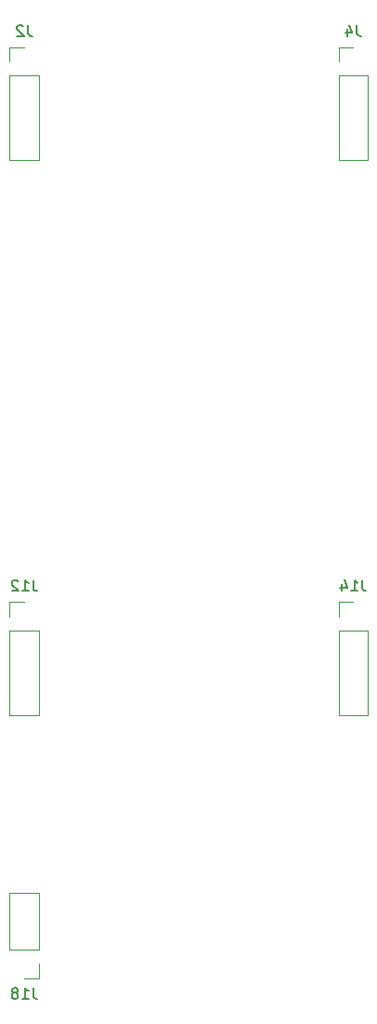
<source format=gbo>
G04 #@! TF.GenerationSoftware,KiCad,Pcbnew,(6.0.1)*
G04 #@! TF.CreationDate,2022-02-10T17:18:07+01:00*
G04 #@! TF.ProjectId,Drumbox,4472756d-626f-4782-9e6b-696361645f70,rev?*
G04 #@! TF.SameCoordinates,Original*
G04 #@! TF.FileFunction,Legend,Bot*
G04 #@! TF.FilePolarity,Positive*
%FSLAX46Y46*%
G04 Gerber Fmt 4.6, Leading zero omitted, Abs format (unit mm)*
G04 Created by KiCad (PCBNEW (6.0.1)) date 2022-02-10 17:18:07*
%MOMM*%
%LPD*%
G01*
G04 APERTURE LIST*
%ADD10C,0.150000*%
%ADD11C,0.120000*%
%ADD12C,4.000000*%
%ADD13C,1.800000*%
%ADD14C,1.600000*%
%ADD15O,1.600000X1.600000*%
%ADD16R,1.050000X1.500000*%
%ADD17O,1.050000X1.500000*%
%ADD18R,1.800000X1.800000*%
%ADD19R,1.600000X1.600000*%
%ADD20R,1.930000X1.830000*%
%ADD21C,2.130000*%
%ADD22R,1.700000X1.700000*%
%ADD23O,1.700000X1.700000*%
G04 APERTURE END LIST*
D10*
X134309523Y-97682380D02*
X134309523Y-98396666D01*
X134357142Y-98539523D01*
X134452380Y-98634761D01*
X134595238Y-98682380D01*
X134690476Y-98682380D01*
X133309523Y-98682380D02*
X133880952Y-98682380D01*
X133595238Y-98682380D02*
X133595238Y-97682380D01*
X133690476Y-97825238D01*
X133785714Y-97920476D01*
X133880952Y-97968095D01*
X132452380Y-98015714D02*
X132452380Y-98682380D01*
X132690476Y-97634761D02*
X132928571Y-98349047D01*
X132309523Y-98349047D01*
X104309523Y-97682380D02*
X104309523Y-98396666D01*
X104357142Y-98539523D01*
X104452380Y-98634761D01*
X104595238Y-98682380D01*
X104690476Y-98682380D01*
X103309523Y-98682380D02*
X103880952Y-98682380D01*
X103595238Y-98682380D02*
X103595238Y-97682380D01*
X103690476Y-97825238D01*
X103785714Y-97920476D01*
X103880952Y-97968095D01*
X102928571Y-97777619D02*
X102880952Y-97730000D01*
X102785714Y-97682380D01*
X102547619Y-97682380D01*
X102452380Y-97730000D01*
X102404761Y-97777619D01*
X102357142Y-97872857D01*
X102357142Y-97968095D01*
X102404761Y-98110952D01*
X102976190Y-98682380D01*
X102357142Y-98682380D01*
X133833333Y-47182380D02*
X133833333Y-47896666D01*
X133880952Y-48039523D01*
X133976190Y-48134761D01*
X134119047Y-48182380D01*
X134214285Y-48182380D01*
X132928571Y-47515714D02*
X132928571Y-48182380D01*
X133166666Y-47134761D02*
X133404761Y-47849047D01*
X132785714Y-47849047D01*
X103833333Y-47182380D02*
X103833333Y-47896666D01*
X103880952Y-48039523D01*
X103976190Y-48134761D01*
X104119047Y-48182380D01*
X104214285Y-48182380D01*
X103404761Y-47277619D02*
X103357142Y-47230000D01*
X103261904Y-47182380D01*
X103023809Y-47182380D01*
X102928571Y-47230000D01*
X102880952Y-47277619D01*
X102833333Y-47372857D01*
X102833333Y-47468095D01*
X102880952Y-47610952D01*
X103452380Y-48182380D01*
X102833333Y-48182380D01*
X104309523Y-134802380D02*
X104309523Y-135516666D01*
X104357142Y-135659523D01*
X104452380Y-135754761D01*
X104595238Y-135802380D01*
X104690476Y-135802380D01*
X103309523Y-135802380D02*
X103880952Y-135802380D01*
X103595238Y-135802380D02*
X103595238Y-134802380D01*
X103690476Y-134945238D01*
X103785714Y-135040476D01*
X103880952Y-135088095D01*
X102738095Y-135230952D02*
X102833333Y-135183333D01*
X102880952Y-135135714D01*
X102928571Y-135040476D01*
X102928571Y-134992857D01*
X102880952Y-134897619D01*
X102833333Y-134850000D01*
X102738095Y-134802380D01*
X102547619Y-134802380D01*
X102452380Y-134850000D01*
X102404761Y-134897619D01*
X102357142Y-134992857D01*
X102357142Y-135040476D01*
X102404761Y-135135714D01*
X102452380Y-135183333D01*
X102547619Y-135230952D01*
X102738095Y-135230952D01*
X102833333Y-135278571D01*
X102880952Y-135326190D01*
X102928571Y-135421428D01*
X102928571Y-135611904D01*
X102880952Y-135707142D01*
X102833333Y-135754761D01*
X102738095Y-135802380D01*
X102547619Y-135802380D01*
X102452380Y-135754761D01*
X102404761Y-135707142D01*
X102357142Y-135611904D01*
X102357142Y-135421428D01*
X102404761Y-135326190D01*
X102452380Y-135278571D01*
X102547619Y-135230952D01*
D11*
X134830000Y-102270000D02*
X132170000Y-102270000D01*
X134830000Y-102270000D02*
X134830000Y-109950000D01*
X132170000Y-99670000D02*
X132170000Y-101000000D01*
X134830000Y-109950000D02*
X132170000Y-109950000D01*
X132170000Y-102270000D02*
X132170000Y-109950000D01*
X133500000Y-99670000D02*
X132170000Y-99670000D01*
X103500000Y-99670000D02*
X102170000Y-99670000D01*
X104830000Y-102270000D02*
X104830000Y-109950000D01*
X102170000Y-102270000D02*
X102170000Y-109950000D01*
X104830000Y-109950000D02*
X102170000Y-109950000D01*
X104830000Y-102270000D02*
X102170000Y-102270000D01*
X102170000Y-99670000D02*
X102170000Y-101000000D01*
X134830000Y-51770000D02*
X134830000Y-59450000D01*
X132170000Y-49170000D02*
X132170000Y-50500000D01*
X132170000Y-51770000D02*
X132170000Y-59450000D01*
X133500000Y-49170000D02*
X132170000Y-49170000D01*
X134830000Y-51770000D02*
X132170000Y-51770000D01*
X134830000Y-59450000D02*
X132170000Y-59450000D01*
X104830000Y-51770000D02*
X104830000Y-59450000D01*
X102170000Y-51770000D02*
X102170000Y-59450000D01*
X103500000Y-49170000D02*
X102170000Y-49170000D01*
X104830000Y-51770000D02*
X102170000Y-51770000D01*
X104830000Y-59450000D02*
X102170000Y-59450000D01*
X102170000Y-49170000D02*
X102170000Y-50500000D01*
X103500000Y-133910000D02*
X104830000Y-133910000D01*
X102170000Y-126170000D02*
X104830000Y-126170000D01*
X104830000Y-131310000D02*
X104830000Y-126170000D01*
X102170000Y-131310000D02*
X104830000Y-131310000D01*
X104830000Y-133910000D02*
X104830000Y-132580000D01*
X102170000Y-131310000D02*
X102170000Y-126170000D01*
%LPC*%
D12*
X84100000Y-38550000D03*
X92900000Y-38550000D03*
D13*
X91000000Y-45550000D03*
X88500000Y-45550000D03*
X86000000Y-45550000D03*
D14*
X84000000Y-98500000D03*
D15*
X84000000Y-88340000D03*
D16*
X149770000Y-96140000D03*
D17*
X148500000Y-96140000D03*
X147230000Y-96140000D03*
D14*
X111500000Y-117920000D03*
D15*
X111500000Y-128080000D03*
D12*
X84100000Y-59050000D03*
X92900000Y-59050000D03*
D13*
X91000000Y-66050000D03*
X88500000Y-66050000D03*
X86000000Y-66050000D03*
D14*
X153000000Y-88420000D03*
D15*
X153000000Y-98580000D03*
D18*
X177225000Y-91000000D03*
D13*
X179765000Y-91000000D03*
D18*
X117225000Y-91000000D03*
D13*
X119765000Y-91000000D03*
D19*
X136500000Y-115500000D03*
D14*
X138500000Y-115500000D03*
X183000000Y-88340000D03*
D15*
X183000000Y-98500000D03*
D12*
X144100000Y-108050000D03*
X152900000Y-108050000D03*
D13*
X151000000Y-115050000D03*
X148500000Y-115050000D03*
X146000000Y-115050000D03*
D14*
X144000000Y-98580000D03*
D15*
X144000000Y-88420000D03*
D12*
X152900000Y-38550000D03*
X144100000Y-38550000D03*
D13*
X151000000Y-45550000D03*
X148500000Y-45550000D03*
X146000000Y-45550000D03*
D14*
X174000000Y-98500000D03*
D15*
X174000000Y-88340000D03*
D12*
X144100000Y-59050000D03*
X152900000Y-59050000D03*
D13*
X151000000Y-66050000D03*
X148500000Y-66050000D03*
X146000000Y-66050000D03*
D16*
X89770000Y-96000000D03*
D17*
X88500000Y-96000000D03*
X87230000Y-96000000D03*
D16*
X179770000Y-96140000D03*
D17*
X178500000Y-96140000D03*
X177230000Y-96140000D03*
D12*
X114100000Y-38550000D03*
X122900000Y-38550000D03*
D13*
X121000000Y-45550000D03*
X118500000Y-45550000D03*
X116000000Y-45550000D03*
D20*
X118500000Y-73100000D03*
D21*
X118500000Y-84500000D03*
X118500000Y-76200000D03*
D14*
X183580000Y-135000000D03*
D15*
X173420000Y-135000000D03*
D19*
X129700000Y-121875000D03*
D15*
X129700000Y-124415000D03*
X129700000Y-126955000D03*
X129700000Y-129495000D03*
X129700000Y-132035000D03*
X129700000Y-134575000D03*
X129700000Y-137115000D03*
X137320000Y-137115000D03*
X137320000Y-134575000D03*
X137320000Y-132035000D03*
X137320000Y-129495000D03*
X137320000Y-126955000D03*
X137320000Y-124415000D03*
X137320000Y-121875000D03*
D19*
X128544887Y-115500000D03*
D14*
X130544887Y-115500000D03*
X81500000Y-73000000D03*
X81500000Y-78000000D03*
D18*
X147225000Y-91000000D03*
D13*
X149765000Y-91000000D03*
D14*
X185500000Y-73000000D03*
X185500000Y-78000000D03*
X111500000Y-73000000D03*
X111500000Y-78000000D03*
D12*
X174100000Y-59050000D03*
X182900000Y-59050000D03*
D13*
X181000000Y-66050000D03*
X178500000Y-66050000D03*
X176000000Y-66050000D03*
D14*
X171500000Y-118420000D03*
D15*
X171500000Y-128580000D03*
D20*
X148500000Y-73100000D03*
D21*
X148500000Y-84500000D03*
X148500000Y-76200000D03*
D12*
X122900000Y-108050000D03*
X114100000Y-108050000D03*
D13*
X121000000Y-115050000D03*
X118500000Y-115050000D03*
X116000000Y-115050000D03*
D14*
X114000000Y-98580000D03*
D15*
X114000000Y-88420000D03*
D20*
X178500000Y-73100000D03*
D21*
X178500000Y-84500000D03*
X178500000Y-76200000D03*
D20*
X118500000Y-120220000D03*
D21*
X118500000Y-131620000D03*
X118500000Y-123320000D03*
D14*
X93000000Y-88340000D03*
D15*
X93000000Y-98500000D03*
D14*
X123000000Y-88420000D03*
D15*
X123000000Y-98580000D03*
D12*
X114100000Y-59050000D03*
X122900000Y-59050000D03*
D13*
X121000000Y-66050000D03*
X118500000Y-66050000D03*
X116000000Y-66050000D03*
D14*
X155420000Y-73000000D03*
X155420000Y-78000000D03*
D16*
X119770000Y-96000000D03*
D17*
X118500000Y-96000000D03*
X117230000Y-96000000D03*
D20*
X178500000Y-120220000D03*
D21*
X178500000Y-131620000D03*
X178500000Y-123320000D03*
D20*
X148500000Y-120220000D03*
D21*
X148500000Y-131620000D03*
X148500000Y-123320000D03*
D20*
X88500000Y-120220000D03*
D21*
X88500000Y-131620000D03*
X88500000Y-123320000D03*
D14*
X153580000Y-135000000D03*
D15*
X143420000Y-135000000D03*
D14*
X113420000Y-135000000D03*
D15*
X123580000Y-135000000D03*
D14*
X83420000Y-135000000D03*
D15*
X93580000Y-135000000D03*
D14*
X155500000Y-117920000D03*
D15*
X155500000Y-128080000D03*
D12*
X182900000Y-38550000D03*
X174100000Y-38550000D03*
D13*
X181000000Y-45550000D03*
X178500000Y-45550000D03*
X176000000Y-45550000D03*
D12*
X84100000Y-108050000D03*
X92900000Y-108050000D03*
D13*
X91000000Y-115050000D03*
X88500000Y-115050000D03*
X86000000Y-115050000D03*
D12*
X174100000Y-108050000D03*
X182900000Y-108050000D03*
D13*
X181000000Y-115050000D03*
X178500000Y-115050000D03*
X176000000Y-115050000D03*
D18*
X87225000Y-91000000D03*
D13*
X89765000Y-91000000D03*
D20*
X88500000Y-73100000D03*
D21*
X88500000Y-84500000D03*
X88500000Y-76200000D03*
D14*
X95500000Y-117920000D03*
D15*
X95500000Y-128080000D03*
D22*
X133500000Y-101000000D03*
D23*
X133500000Y-103540000D03*
X133500000Y-106080000D03*
X133500000Y-108620000D03*
D22*
X103500000Y-101000000D03*
D23*
X103500000Y-103540000D03*
X103500000Y-106080000D03*
X103500000Y-108620000D03*
D22*
X133500000Y-50500000D03*
D23*
X133500000Y-53040000D03*
X133500000Y-55580000D03*
X133500000Y-58120000D03*
D22*
X103500000Y-50500000D03*
D23*
X103500000Y-53040000D03*
X103500000Y-55580000D03*
X103500000Y-58120000D03*
D22*
X103500000Y-132580000D03*
D23*
X103500000Y-130040000D03*
X103500000Y-127500000D03*
M02*

</source>
